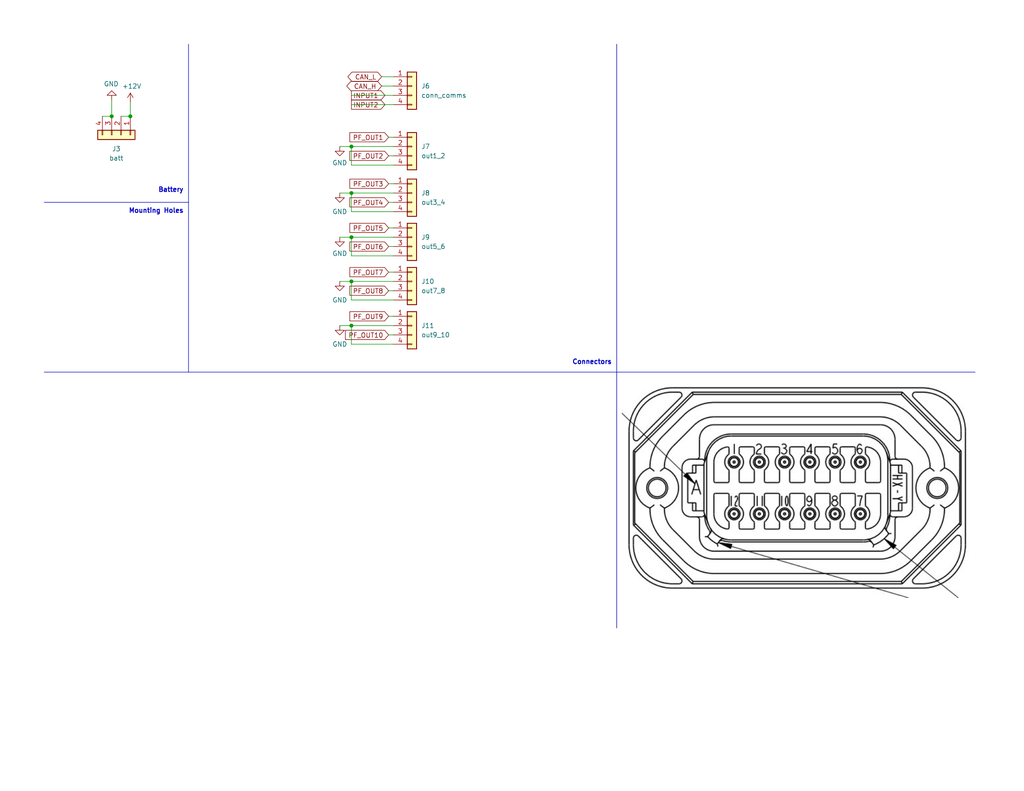
<source format=kicad_sch>
(kicad_sch (version 20250114) (generator "eeschema") (generator_version "9.0")
  (paper "USLetter")
  (title_block (title "dingoPDM") (date "2025-06-16") (rev "v7.5") (comment 3 "github.com/corygrant") (comment 4 "Cory Grant"))
  (lib_symbols
    (symbol "Connector_Generic:Conn_01x04" (pin_names (offset 1.016) (hide yes))
      (property "Reference" "J" (at 0 5.08 0))
      (property "Value" "Conn_01x04" (at 0 -7.62 0))
      (symbol "Conn_01x04_1_1"
        (rectangle (start -1.27 3.81) (end 1.27 -6.35) (stroke (width 0.254)) (fill (type background)))
        (rectangle (start -1.27 2.667) (end 0 2.413) (stroke (width 0.1524)))
        (rectangle (start -1.27 0.127) (end 0 -0.127) (stroke (width 0.1524)))
        (rectangle (start -1.27 -2.413) (end 0 -2.667) (stroke (width 0.1524)))
        (rectangle (start -1.27 -4.953) (end 0 -5.207) (stroke (width 0.1524)))
        (pin passive line (at -5.08 2.54 0) (length 3.81) (name "Pin_1") (number "1"))
        (pin passive line (at -5.08 0 0) (length 3.81) (name "Pin_2") (number "2"))
        (pin passive line (at -5.08 -2.54 0) (length 3.81) (name "Pin_3") (number "3"))
        (pin passive line (at -5.08 -5.08 0) (length 3.81) (name "Pin_4") (number "4"))
      )
    )
    (symbol "GND_2" (power) (pin_numbers (hide yes)) (pin_names (offset 0) (hide yes))
      (property "Value" "GND" (at 0 -3.81 0))
      (symbol "GND_2_0_1"
        (polyline (pts (xy 0 0) (xy 0 -1.27) (xy 1.27 -1.27) (xy 0 -2.54) (xy -1.27 -1.27) (xy 0 -1.27)))
      )
      (symbol "GND_2_1_1"
        (pin power_in line (at 0 0 270) (length 0) (name "~") (number "1"))
      )
    )
    (symbol "power:+12V" (power) (pin_names (offset 0))
      (property "Value" "+12V" (at 0 3.556 0))
      (symbol "+12V_0_1"
        (polyline (pts (xy -0.762 1.27) (xy 0 2.54)))
        (polyline (pts (xy 0 2.54) (xy 0.762 1.27)))
        (polyline (pts (xy 0 0) (xy 0 2.54)))
      )
      (symbol "+12V_1_1"
        (pin power_in line (at 0 0 90) (length 0) (hide yes) (name "+12V") (number "1"))
      )
    )
    (symbol "power:GND" (power) (pin_names (offset 0))
      (property "Value" "GND" (at 0 -3.81 0))
      (symbol "GND_0_1"
        (polyline (pts (xy 0 0) (xy 0 -1.27) (xy 1.27 -1.27) (xy 0 -2.54) (xy -1.27 -1.27) (xy 0 -1.27)))
      )
      (symbol "GND_1_1"
        (pin power_in line (at 0 0 270) (length 0) (hide yes) (name "GND") (number "1"))
      )
    )
  )
  (text "Connectors\n" (at 167.005 99.695 0) (effects (font (size 1.27 1.27) (thickness 0.254) (bold yes)) (justify right bottom)))
  (text "Battery" (at 50.165 52.705 0) (effects (font (size 1.27 1.27) (thickness 0.254) (bold yes)) (justify right bottom)))
  (text "Mounting Holes" (at 50.165 58.42 0) (effects (font (size 1.27 1.27) (thickness 0.254) (bold yes)) (justify right bottom)))
  (junction (at 95.885 40.005))
  (junction (at 95.885 64.77))
  (junction (at 95.885 76.835))
  (junction (at 95.885 52.705))
  (junction (at 95.885 88.9))
  (junction (at 35.56 31.75))
  (junction (at 30.48 31.75))
  (wire (pts (xy 92.71 76.835) (xy 95.885 76.835)))
  (wire (pts (xy 106.045 62.23) (xy 107.315 62.23)))
  (wire (pts (xy 30.48 27.305) (xy 30.48 31.75)))
  (wire (pts (xy 33.02 31.75) (xy 35.56 31.75)))
  (polyline (pts (xy 12.065 101.6) (xy 266.065 101.6)))
  (wire (pts (xy 104.14 23.495) (xy 107.315 23.495)))
  (polyline (pts (xy 168.275 12.065) (xy 168.275 171.45)))
  (wire (pts (xy 95.885 57.785) (xy 95.885 52.705)))
  (wire (pts (xy 107.315 57.785) (xy 95.885 57.785)))
  (wire (pts (xy 92.71 40.005) (xy 95.885 40.005)))
  (wire (pts (xy 92.71 52.705) (xy 95.885 52.705)))
  (wire (pts (xy 106.045 50.165) (xy 107.315 50.165)))
  (polyline (pts (xy 51.435 55.245) (xy 12.065 55.245)))
  (wire (pts (xy 107.315 81.915) (xy 95.885 81.915)))
  (wire (pts (xy 95.885 76.835) (xy 107.315 76.835)))
  (wire (pts (xy 95.885 93.98) (xy 95.885 88.9)))
  (wire (pts (xy 104.14 20.955) (xy 107.315 20.955)))
  (wire (pts (xy 107.315 69.85) (xy 95.885 69.85)))
  (wire (pts (xy 95.885 45.085) (xy 95.885 40.005)))
  (wire (pts (xy 106.045 86.36) (xy 107.315 86.36)))
  (wire (pts (xy 107.315 45.085) (xy 95.885 45.085)))
  (wire (pts (xy 106.045 55.245) (xy 107.315 55.245)))
  (wire (pts (xy 95.885 28.575) (xy 107.315 28.575)))
  (wire (pts (xy 106.045 42.545) (xy 107.315 42.545)))
  (wire (pts (xy 27.94 31.75) (xy 30.48 31.75)))
  (wire (pts (xy 95.885 64.77) (xy 107.315 64.77)))
  (wire (pts (xy 106.045 37.465) (xy 107.315 37.465)))
  (wire (pts (xy 106.045 67.31) (xy 107.315 67.31)))
  (wire (pts (xy 92.71 64.77) (xy 95.885 64.77)))
  (wire (pts (xy 35.56 27.94) (xy 35.56 31.75)))
  (polyline (pts (xy 51.435 101.6) (xy 51.435 12.065)))
  (wire (pts (xy 95.885 88.9) (xy 107.315 88.9)))
  (wire (pts (xy 106.045 79.375) (xy 107.315 79.375)))
  (wire (pts (xy 107.315 93.98) (xy 95.885 93.98)))
  (wire (pts (xy 95.885 81.915) (xy 95.885 76.835)))
  (wire (pts (xy 95.885 69.85) (xy 95.885 64.77)))
  (wire (pts (xy 106.045 91.44) (xy 107.315 91.44)))
  (wire (pts (xy 106.045 74.295) (xy 107.315 74.295)))
  (wire (pts (xy 95.885 40.005) (xy 107.315 40.005)))
  (wire (pts (xy 95.885 26.035) (xy 107.315 26.035)))
  (wire (pts (xy 92.71 88.9) (xy 95.885 88.9)))
  (wire (pts (xy 95.885 52.705) (xy 107.315 52.705)))
  (image (at 217.805 133.35) (scale 2.11712))
  (global_label "PF_OUT3" (shape input) (at 106.045 50.165 180) (property "Intersheetrefs" "${INTERSHEET_REFS}" (effects (hide yes))))
  (global_label "PF_OUT10" (shape input) (at 106.045 91.44 180) (property "Intersheetrefs" "${INTERSHEET_REFS}" (effects (hide yes))))
  (global_label "PF_OUT4" (shape input) (at 106.045 55.245 180) (property "Intersheetrefs" "${INTERSHEET_REFS}" (effects (hide yes))))
  (global_label "INPUT2" (shape output) (at 95.885 28.575 0) (property "Intersheetrefs" "${INTERSHEET_REFS}" (effects (hide yes))))
  (global_label "PF_OUT8" (shape input) (at 106.045 79.375 180) (property "Intersheetrefs" "${INTERSHEET_REFS}" (effects (hide yes))))
  (global_label "INPUT1" (shape output) (at 95.885 26.035 0) (property "Intersheetrefs" "${INTERSHEET_REFS}" (effects (hide yes))))
  (global_label "PF_OUT5" (shape input) (at 106.045 62.23 180) (property "Intersheetrefs" "${INTERSHEET_REFS}" (effects (hide yes))))
  (global_label "PF_OUT9" (shape input) (at 106.045 86.36 180) (property "Intersheetrefs" "${INTERSHEET_REFS}" (effects (hide yes))))
  (global_label "CAN_L" (shape bidirectional) (at 104.14 20.955 180) (property "Intersheetrefs" "${INTERSHEET_REFS}" (effects (hide yes))))
  (global_label "PF_OUT2" (shape input) (at 106.045 42.545 180) (property "Intersheetrefs" "${INTERSHEET_REFS}" (effects (hide yes))))
  (global_label "PF_OUT6" (shape input) (at 106.045 67.31 180) (property "Intersheetrefs" "${INTERSHEET_REFS}" (effects (hide yes))))
  (global_label "PF_OUT1" (shape input) (at 106.045 37.465 180) (property "Intersheetrefs" "${INTERSHEET_REFS}" (effects (hide yes))))
  (global_label "PF_OUT7" (shape input) (at 106.045 74.295 180) (property "Intersheetrefs" "${INTERSHEET_REFS}" (effects (hide yes))))
  (global_label "CAN_H" (shape bidirectional) (at 104.14 23.495 180) (property "Intersheetrefs" "${INTERSHEET_REFS}" (effects (hide yes))))
  (symbol (lib_id "power:+12V") (at 35.56 27.94 0) (unit 1)
    (property "Reference" "#PWR018" (effects (hide yes)))
    (property "Value" "+12V" (at 35.941 23.5458 0))
  )
  (symbol (lib_id "power:GND") (at 30.48 27.305 180) (unit 1)
    (property "Reference" "#PWR019" (effects (hide yes)))
    (property "Value" "GND" (at 30.353 22.9108 0))
  )
  (symbol (lib_name "GND_2") (lib_id "power:GND") (at 92.71 64.77 0) (unit 1)
    (property "Reference" "#PWR065" (effects (hide yes)))
    (property "Value" "GND" (at 92.71 69.215 0))
    (property "Description" "Power symbol creates a global label with name \"GND\" , ground" (effects (hide yes)))
  )
  (symbol (lib_id "Connector_Generic:Conn_01x04") (at 112.395 88.9 0) (unit 1)
    (property "Reference" "J11" (at 114.935 88.8999 0) (effects (justify left)))
    (property "Value" "out9_10" (at 114.935 91.4399 0) (effects (justify left)))
    (property "Footprint" "DF_Conn:DIP-8_300_ELL" (effects (hide yes)))
    (property "Description" "Generic connector, single row, 01x04, script generated (kicad-library-utils/schlib/autogen/connector/)" (effects (hide yes)))
  )
  (symbol (lib_name "GND_2") (lib_id "power:GND") (at 92.71 52.705 0) (unit 1)
    (property "Reference" "#PWR064" (effects (hide yes)))
    (property "Value" "GND" (at 92.71 57.785 0))
    (property "Description" "Power symbol creates a global label with name \"GND\" , ground" (effects (hide yes)))
  )
  (symbol (lib_id "Connector_Generic:Conn_01x04") (at 112.395 40.005 0) (unit 1)
    (property "Reference" "J7" (at 114.935 40.0049 0) (effects (justify left)))
    (property "Value" "out1_2" (at 114.935 42.5449 0) (effects (justify left)))
    (property "Footprint" "DF_Conn:DIP-8_300_ELL" (effects (hide yes)))
    (property "Description" "Generic connector, single row, 01x04, script generated (kicad-library-utils/schlib/autogen/connector/)" (effects (hide yes)))
  )
  (symbol (lib_name "GND_2") (lib_id "power:GND") (at 92.71 76.835 0) (unit 1)
    (property "Reference" "#PWR066" (effects (hide yes)))
    (property "Value" "GND" (at 92.71 81.915 0))
    (property "Description" "Power symbol creates a global label with name \"GND\" , ground" (effects (hide yes)))
  )
  (symbol (lib_name "GND_2") (lib_id "power:GND") (at 92.71 40.005 0) (unit 1)
    (property "Reference" "#PWR063" (effects (hide yes)))
    (property "Value" "GND" (at 92.71 44.45 0))
    (property "Description" "Power symbol creates a global label with name \"GND\" , ground" (effects (hide yes)))
  )
  (symbol (lib_id "Connector_Generic:Conn_01x04") (at 112.395 64.77 0) (unit 1)
    (property "Reference" "J9" (at 114.935 64.7699 0) (effects (justify left)))
    (property "Value" "out5_6" (at 114.935 67.3099 0) (effects (justify left)))
    (property "Footprint" "DF_Conn:DIP-8_300_ELL" (effects (hide yes)))
    (property "Description" "Generic connector, single row, 01x04, script generated (kicad-library-utils/schlib/autogen/connector/)" (effects (hide yes)))
  )
  (symbol (lib_id "Connector_Generic:Conn_01x04") (at 33.02 36.83 270) (unit 1)
    (property "Reference" "J3" (at 31.75 40.64 90))
    (property "Value" "batt" (at 31.75 43.18 90))
    (property "Footprint" "DF_Conn:DIP-8_300_ELL" (effects (hide yes)))
    (property "Description" "Generic connector, single row, 01x04, script generated (kicad-library-utils/schlib/autogen/connector/)" (effects (hide yes)))
  )
  (symbol (lib_id "Connector_Generic:Conn_01x04") (at 112.395 23.495 0) (unit 1)
    (property "Reference" "J6" (at 114.935 23.4949 0) (effects (justify left)))
    (property "Value" "conn_comms" (at 114.935 26.0349 0) (effects (justify left)))
    (property "Footprint" "DF_Conn:DIP-8_300_ELL" (effects (hide yes)))
    (property "Description" "Generic connector, single row, 01x04, script generated (kicad-library-utils/schlib/autogen/connector/)" (effects (hide yes)))
  )
  (symbol (lib_name "GND_2") (lib_id "power:GND") (at 92.71 88.9 0) (unit 1)
    (property "Reference" "#PWR0103" (effects (hide yes)))
    (property "Value" "GND" (at 92.71 93.98 0))
    (property "Description" "Power symbol creates a global label with name \"GND\" , ground" (effects (hide yes)))
  )
  (symbol (lib_id "Connector_Generic:Conn_01x04") (at 112.395 52.705 0) (unit 1)
    (property "Reference" "J8" (at 114.935 52.7049 0) (effects (justify left)))
    (property "Value" "out3_4" (at 114.935 55.2449 0) (effects (justify left)))
    (property "Footprint" "DF_Conn:DIP-8_300_ELL" (effects (hide yes)))
    (property "Description" "Generic connector, single row, 01x04, script generated (kicad-library-utils/schlib/autogen/connector/)" (effects (hide yes)))
  )
  (symbol (lib_id "Connector_Generic:Conn_01x04") (at 112.395 76.835 0) (unit 1)
    (property "Reference" "J10" (at 114.935 76.8349 0) (effects (justify left)))
    (property "Value" "out7_8" (at 114.935 79.3749 0) (effects (justify left)))
    (property "Footprint" "DF_Conn:DIP-8_300_ELL" (effects (hide yes)))
    (property "Description" "Generic connector, single row, 01x04, script generated (kicad-library-utils/schlib/autogen/connector/)" (effects (hide yes)))
  )
)
</source>
